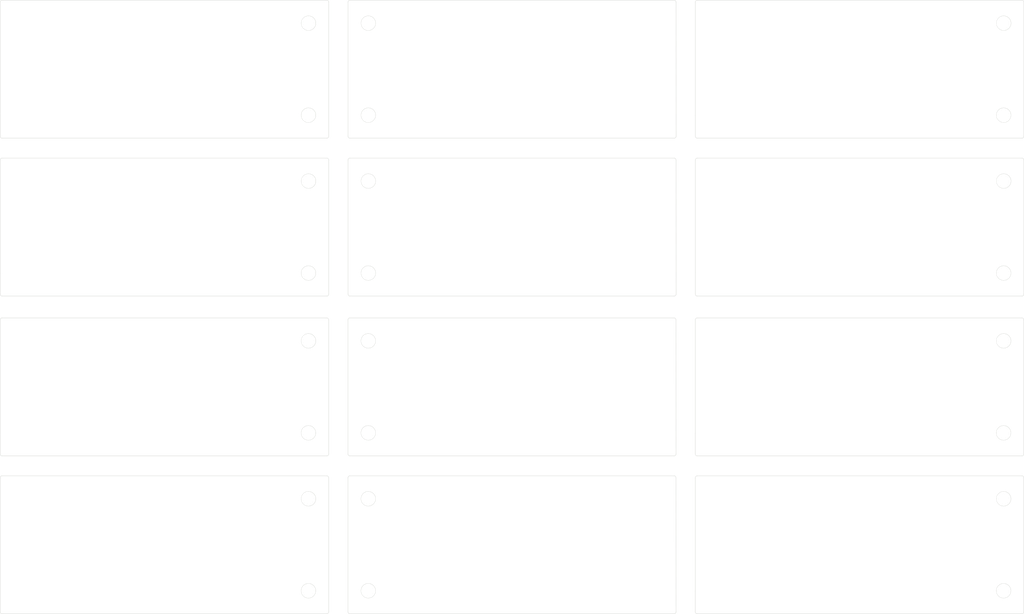
<source format=kicad_pcb>
(kicad_pcb (version 20171130) (host pcbnew "(5.1.6)-1")

  (general
    (thickness 1.6)
    (drawings 128)
    (tracks 0)
    (zones 0)
    (modules 24)
    (nets 1)
  )

  (page User 210.007 148.006)
  (layers
    (0 F.Cu signal)
    (31 B.Cu signal)
    (32 B.Adhes user)
    (33 F.Adhes user)
    (34 B.Paste user)
    (35 F.Paste user)
    (36 B.SilkS user)
    (37 F.SilkS user)
    (38 B.Mask user)
    (39 F.Mask user)
    (40 Dwgs.User user)
    (41 Cmts.User user)
    (42 Eco1.User user hide)
    (43 Eco2.User user hide)
    (44 Edge.Cuts user)
    (45 Margin user hide)
    (46 B.CrtYd user hide)
    (47 F.CrtYd user hide)
    (48 B.Fab user hide)
    (49 F.Fab user hide)
  )

  (setup
    (last_trace_width 0.3)
    (user_trace_width 0.5)
    (trace_clearance 0.3)
    (zone_clearance 0.508)
    (zone_45_only no)
    (trace_min 0.2)
    (via_size 1)
    (via_drill 0.6)
    (via_min_size 0.4)
    (via_min_drill 0.3)
    (uvia_size 0.3)
    (uvia_drill 0.1)
    (uvias_allowed no)
    (uvia_min_size 0.2)
    (uvia_min_drill 0.1)
    (edge_width 0.05)
    (segment_width 0.2)
    (pcb_text_width 0.3)
    (pcb_text_size 1.5 1.5)
    (mod_edge_width 0.12)
    (mod_text_size 1 1)
    (mod_text_width 0.15)
    (pad_size 1.524 1.524)
    (pad_drill 0.8128)
    (pad_to_mask_clearance 0.1)
    (aux_axis_origin 17 17)
    (visible_elements 7FFFFFFF)
    (pcbplotparams
      (layerselection 0x01000_7ffffffe)
      (usegerberextensions false)
      (usegerberattributes false)
      (usegerberadvancedattributes false)
      (creategerberjobfile true)
      (excludeedgelayer true)
      (linewidth 0.100000)
      (plotframeref false)
      (viasonmask false)
      (mode 1)
      (useauxorigin false)
      (hpglpennumber 1)
      (hpglpenspeed 20)
      (hpglpendiameter 15.000000)
      (psnegative false)
      (psa4output false)
      (plotreference true)
      (plotvalue true)
      (plotinvisibletext false)
      (padsonsilk false)
      (subtractmaskfromsilk false)
      (outputformat 5)
      (mirror false)
      (drillshape 0)
      (scaleselection 1)
      (outputdirectory "./"))
  )

  (net 0 "")

  (net_class Default "これはデフォルトのネット クラスです。"
    (clearance 0.3)
    (trace_width 0.3)
    (via_dia 1)
    (via_drill 0.6)
    (uvia_dia 0.3)
    (uvia_drill 0.1)
  )

  (net_class Power ""
    (clearance 0.3)
    (trace_width 0.8)
    (via_dia 1.2)
    (via_drill 0.8)
    (uvia_dia 0.3)
    (uvia_drill 0.1)
  )

  (module MountingHole:MountingHole_2.2mm_M2 (layer F.Cu) (tedit 56D1B4CB) (tstamp 5F58F546)
    (at 74.084992 108.690216)
    (descr "Mounting Hole 2.2mm, no annular, M2")
    (tags "mounting hole 2.2mm no annular m2")
    (attr virtual)
    (fp_text reference REF5 (at 0 -3.2) (layer F.SilkS) hide
      (effects (font (size 1 1) (thickness 0.15)))
    )
    (fp_text value MountingHole_2.2mm_M2 (at 0 3.2) (layer F.Fab)
      (effects (font (size 1 1) (thickness 0.15)))
    )
    (fp_circle (center 0 0) (end 2.45 0) (layer F.CrtYd) (width 0.05))
    (fp_circle (center 0 0) (end 2.2 0) (layer Cmts.User) (width 0.15))
    (fp_text user %R (at 0.3 0) (layer F.Fab)
      (effects (font (size 1 1) (thickness 0.15)))
    )
    (pad 1 np_thru_hole circle (at 0 0) (size 2.2 2.2) (drill 2.2) (layers *.Cu *.Mask))
  )

  (module MountingHole:MountingHole_2.2mm_M2 (layer F.Cu) (tedit 56D1B4CB) (tstamp 5F58F53F)
    (at 74.084992 94.402716)
    (descr "Mounting Hole 2.2mm, no annular, M2")
    (tags "mounting hole 2.2mm no annular m2")
    (attr virtual)
    (fp_text reference REF6 (at 0 -3.2) (layer F.SilkS) hide
      (effects (font (size 1 1) (thickness 0.15)))
    )
    (fp_text value MountingHole_2.2mm_M2 (at 0 3.2) (layer F.Fab)
      (effects (font (size 1 1) (thickness 0.15)))
    )
    (fp_circle (center 0 0) (end 2.45 0) (layer F.CrtYd) (width 0.05))
    (fp_circle (center 0 0) (end 2.2 0) (layer Cmts.User) (width 0.15))
    (fp_text user %R (at 0.3 0) (layer F.Fab)
      (effects (font (size 1 1) (thickness 0.15)))
    )
    (pad 1 np_thru_hole circle (at 0 0) (size 2.2 2.2) (drill 2.2) (layers *.Cu *.Mask))
  )

  (module MountingHole:MountingHole_2.2mm_M2 (layer F.Cu) (tedit 56D1B4CB) (tstamp 5F58F538)
    (at 64.801832 108.69018)
    (descr "Mounting Hole 2.2mm, no annular, M2")
    (tags "mounting hole 2.2mm no annular m2")
    (attr virtual)
    (fp_text reference REF4 (at 0 -3.2) (layer F.SilkS) hide
      (effects (font (size 1 1) (thickness 0.15)))
    )
    (fp_text value MountingHole_2.2mm_M2 (at 0 3.2) (layer F.Fab)
      (effects (font (size 1 1) (thickness 0.15)))
    )
    (fp_circle (center 0 0) (end 2.45 0) (layer F.CrtYd) (width 0.05))
    (fp_circle (center 0 0) (end 2.2 0) (layer Cmts.User) (width 0.15))
    (fp_text user %R (at 0.3 0) (layer F.Fab)
      (effects (font (size 1 1) (thickness 0.15)))
    )
    (pad 1 np_thru_hole circle (at 0 0) (size 2.2 2.2) (drill 2.2) (layers *.Cu *.Mask))
  )

  (module MountingHole:MountingHole_2.2mm_M2 (layer F.Cu) (tedit 56D1B4CB) (tstamp 5F58F4EE)
    (at 74.084992 84.18008)
    (descr "Mounting Hole 2.2mm, no annular, M2")
    (tags "mounting hole 2.2mm no annular m2")
    (attr virtual)
    (fp_text reference REF5 (at 0 -3.2) (layer F.SilkS) hide
      (effects (font (size 1 1) (thickness 0.15)))
    )
    (fp_text value MountingHole_2.2mm_M2 (at 0 3.2) (layer F.Fab)
      (effects (font (size 1 1) (thickness 0.15)))
    )
    (fp_circle (center 0 0) (end 2.45 0) (layer F.CrtYd) (width 0.05))
    (fp_circle (center 0 0) (end 2.2 0) (layer Cmts.User) (width 0.15))
    (fp_text user %R (at 0.3 0) (layer F.Fab)
      (effects (font (size 1 1) (thickness 0.15)))
    )
    (pad 1 np_thru_hole circle (at 0 0) (size 2.2 2.2) (drill 2.2) (layers *.Cu *.Mask))
  )

  (module MountingHole:MountingHole_2.2mm_M2 (layer F.Cu) (tedit 56D1B4CB) (tstamp 5F58F4E7)
    (at 74.084992 69.89258)
    (descr "Mounting Hole 2.2mm, no annular, M2")
    (tags "mounting hole 2.2mm no annular m2")
    (attr virtual)
    (fp_text reference REF6 (at 0 -3.2) (layer F.SilkS) hide
      (effects (font (size 1 1) (thickness 0.15)))
    )
    (fp_text value MountingHole_2.2mm_M2 (at 0 3.2) (layer F.Fab)
      (effects (font (size 1 1) (thickness 0.15)))
    )
    (fp_circle (center 0 0) (end 2.45 0) (layer F.CrtYd) (width 0.05))
    (fp_circle (center 0 0) (end 2.2 0) (layer Cmts.User) (width 0.15))
    (fp_text user %R (at 0.3 0) (layer F.Fab)
      (effects (font (size 1 1) (thickness 0.15)))
    )
    (pad 1 np_thru_hole circle (at 0 0) (size 2.2 2.2) (drill 2.2) (layers *.Cu *.Mask))
  )

  (module MountingHole:MountingHole_2.2mm_M2 (layer F.Cu) (tedit 56D1B4CB) (tstamp 5F58F4E0)
    (at 64.801832 84.180044)
    (descr "Mounting Hole 2.2mm, no annular, M2")
    (tags "mounting hole 2.2mm no annular m2")
    (attr virtual)
    (fp_text reference REF4 (at 0 -3.2) (layer F.SilkS) hide
      (effects (font (size 1 1) (thickness 0.15)))
    )
    (fp_text value MountingHole_2.2mm_M2 (at 0 3.2) (layer F.Fab)
      (effects (font (size 1 1) (thickness 0.15)))
    )
    (fp_circle (center 0 0) (end 2.45 0) (layer F.CrtYd) (width 0.05))
    (fp_circle (center 0 0) (end 2.2 0) (layer Cmts.User) (width 0.15))
    (fp_text user %R (at 0.3 0) (layer F.Fab)
      (effects (font (size 1 1) (thickness 0.15)))
    )
    (pad 1 np_thru_hole circle (at 0 0) (size 2.2 2.2) (drill 2.2) (layers *.Cu *.Mask))
  )

  (module MountingHole:MountingHole_2.2mm_M2 (layer F.Cu) (tedit 56D1B4CB) (tstamp 5F58F4CB)
    (at 64.801832 69.892644)
    (descr "Mounting Hole 2.2mm, no annular, M2")
    (tags "mounting hole 2.2mm no annular m2")
    (attr virtual)
    (fp_text reference REF3 (at 0 -3.2) (layer F.SilkS) hide
      (effects (font (size 1 1) (thickness 0.15)))
    )
    (fp_text value MountingHole_2.2mm_M2 (at 0 3.2) (layer F.Fab)
      (effects (font (size 1 1) (thickness 0.15)))
    )
    (fp_circle (center 0 0) (end 2.45 0) (layer F.CrtYd) (width 0.05))
    (fp_circle (center 0 0) (end 2.2 0) (layer Cmts.User) (width 0.15))
    (fp_text user %R (at 0.3 0) (layer F.Fab)
      (effects (font (size 1 1) (thickness 0.15)))
    )
    (pad 1 np_thru_hole circle (at 0 0) (size 2.2 2.2) (drill 2.2) (layers *.Cu *.Mask))
  )

  (module MountingHole:MountingHole_2.2mm_M2 (layer F.Cu) (tedit 56D1B4CB) (tstamp 5F58F4C4)
    (at 64.801832 94.40278)
    (descr "Mounting Hole 2.2mm, no annular, M2")
    (tags "mounting hole 2.2mm no annular m2")
    (attr virtual)
    (fp_text reference REF3 (at 0 -3.2) (layer F.SilkS) hide
      (effects (font (size 1 1) (thickness 0.15)))
    )
    (fp_text value MountingHole_2.2mm_M2 (at 0 3.2) (layer F.Fab)
      (effects (font (size 1 1) (thickness 0.15)))
    )
    (fp_circle (center 0 0) (end 2.45 0) (layer F.CrtYd) (width 0.05))
    (fp_circle (center 0 0) (end 2.2 0) (layer Cmts.User) (width 0.15))
    (fp_text user %R (at 0.3 0) (layer F.Fab)
      (effects (font (size 1 1) (thickness 0.15)))
    )
    (pad 1 np_thru_hole circle (at 0 0) (size 2.2 2.2) (drill 2.2) (layers *.Cu *.Mask))
  )

  (module MountingHole:MountingHole_2.2mm_M2 (layer F.Cu) (tedit 56D1B4CB) (tstamp 5F58F4B6)
    (at 172.629164 84.180044)
    (descr "Mounting Hole 2.2mm, no annular, M2")
    (tags "mounting hole 2.2mm no annular m2")
    (attr virtual)
    (fp_text reference REF4 (at 0 -3.2) (layer F.SilkS) hide
      (effects (font (size 1 1) (thickness 0.15)))
    )
    (fp_text value MountingHole_2.2mm_M2 (at 0 3.2) (layer F.Fab)
      (effects (font (size 1 1) (thickness 0.15)))
    )
    (fp_circle (center 0 0) (end 2.45 0) (layer F.CrtYd) (width 0.05))
    (fp_circle (center 0 0) (end 2.2 0) (layer Cmts.User) (width 0.15))
    (fp_text user %R (at 0.3 0) (layer F.Fab)
      (effects (font (size 1 1) (thickness 0.15)))
    )
    (pad 1 np_thru_hole circle (at 0 0) (size 2.2 2.2) (drill 2.2) (layers *.Cu *.Mask))
  )

  (module MountingHole:MountingHole_2.2mm_M2 (layer F.Cu) (tedit 56D1B4CB) (tstamp 5F58F4A8)
    (at 172.629164 108.69018)
    (descr "Mounting Hole 2.2mm, no annular, M2")
    (tags "mounting hole 2.2mm no annular m2")
    (attr virtual)
    (fp_text reference REF4 (at 0 -3.2) (layer F.SilkS) hide
      (effects (font (size 1 1) (thickness 0.15)))
    )
    (fp_text value MountingHole_2.2mm_M2 (at 0 3.2) (layer F.Fab)
      (effects (font (size 1 1) (thickness 0.15)))
    )
    (fp_circle (center 0 0) (end 2.45 0) (layer F.CrtYd) (width 0.05))
    (fp_circle (center 0 0) (end 2.2 0) (layer Cmts.User) (width 0.15))
    (fp_text user %R (at 0.3 0) (layer F.Fab)
      (effects (font (size 1 1) (thickness 0.15)))
    )
    (pad 1 np_thru_hole circle (at 0 0) (size 2.2 2.2) (drill 2.2) (layers *.Cu *.Mask))
  )

  (module MountingHole:MountingHole_2.2mm_M2 (layer F.Cu) (tedit 56D1B4CB) (tstamp 5F58F49A)
    (at 172.629164 94.40278)
    (descr "Mounting Hole 2.2mm, no annular, M2")
    (tags "mounting hole 2.2mm no annular m2")
    (attr virtual)
    (fp_text reference REF3 (at 0 -3.2) (layer F.SilkS) hide
      (effects (font (size 1 1) (thickness 0.15)))
    )
    (fp_text value MountingHole_2.2mm_M2 (at 0 3.2) (layer F.Fab)
      (effects (font (size 1 1) (thickness 0.15)))
    )
    (fp_circle (center 0 0) (end 2.45 0) (layer F.CrtYd) (width 0.05))
    (fp_circle (center 0 0) (end 2.2 0) (layer Cmts.User) (width 0.15))
    (fp_text user %R (at 0.3 0) (layer F.Fab)
      (effects (font (size 1 1) (thickness 0.15)))
    )
    (pad 1 np_thru_hole circle (at 0 0) (size 2.2 2.2) (drill 2.2) (layers *.Cu *.Mask))
  )

  (module MountingHole:MountingHole_2.2mm_M2 (layer F.Cu) (tedit 56D1B4CB) (tstamp 5F58F493)
    (at 172.629164 69.892644)
    (descr "Mounting Hole 2.2mm, no annular, M2")
    (tags "mounting hole 2.2mm no annular m2")
    (attr virtual)
    (fp_text reference REF3 (at 0 -3.2) (layer F.SilkS) hide
      (effects (font (size 1 1) (thickness 0.15)))
    )
    (fp_text value MountingHole_2.2mm_M2 (at 0 3.2) (layer F.Fab)
      (effects (font (size 1 1) (thickness 0.15)))
    )
    (fp_circle (center 0 0) (end 2.45 0) (layer F.CrtYd) (width 0.05))
    (fp_circle (center 0 0) (end 2.2 0) (layer Cmts.User) (width 0.15))
    (fp_text user %R (at 0.3 0) (layer F.Fab)
      (effects (font (size 1 1) (thickness 0.15)))
    )
    (pad 1 np_thru_hole circle (at 0 0) (size 2.2 2.2) (drill 2.2) (layers *.Cu *.Mask))
  )

  (module MountingHole:MountingHole_2.2mm_M2 (layer F.Cu) (tedit 56D1B4CB) (tstamp 5F58E482)
    (at 172.637164 59.372252)
    (descr "Mounting Hole 2.2mm, no annular, M2")
    (tags "mounting hole 2.2mm no annular m2")
    (attr virtual)
    (fp_text reference REF4 (at 0 -3.2) (layer F.SilkS) hide
      (effects (font (size 1 1) (thickness 0.15)))
    )
    (fp_text value MountingHole_2.2mm_M2 (at 0 3.2) (layer F.Fab)
      (effects (font (size 1 1) (thickness 0.15)))
    )
    (fp_circle (center 0 0) (end 2.45 0) (layer F.CrtYd) (width 0.05))
    (fp_circle (center 0 0) (end 2.2 0) (layer Cmts.User) (width 0.15))
    (fp_text user %R (at 0.3 0) (layer F.Fab)
      (effects (font (size 1 1) (thickness 0.15)))
    )
    (pad 1 np_thru_hole circle (at 0 0) (size 2.2 2.2) (drill 2.2) (layers *.Cu *.Mask))
  )

  (module MountingHole:MountingHole_2.2mm_M2 (layer F.Cu) (tedit 56D1B4CB) (tstamp 5F58E452)
    (at 172.637164 34.862116)
    (descr "Mounting Hole 2.2mm, no annular, M2")
    (tags "mounting hole 2.2mm no annular m2")
    (attr virtual)
    (fp_text reference REF4 (at 0 -3.2) (layer F.SilkS) hide
      (effects (font (size 1 1) (thickness 0.15)))
    )
    (fp_text value MountingHole_2.2mm_M2 (at 0 3.2) (layer F.Fab)
      (effects (font (size 1 1) (thickness 0.15)))
    )
    (fp_circle (center 0 0) (end 2.45 0) (layer F.CrtYd) (width 0.05))
    (fp_circle (center 0 0) (end 2.2 0) (layer Cmts.User) (width 0.15))
    (fp_text user %R (at 0.3 0) (layer F.Fab)
      (effects (font (size 1 1) (thickness 0.15)))
    )
    (pad 1 np_thru_hole circle (at 0 0) (size 2.2 2.2) (drill 2.2) (layers *.Cu *.Mask))
  )

  (module MountingHole:MountingHole_2.2mm_M2 (layer F.Cu) (tedit 56D1B4CB) (tstamp 5F58E43D)
    (at 172.637164 20.574716)
    (descr "Mounting Hole 2.2mm, no annular, M2")
    (tags "mounting hole 2.2mm no annular m2")
    (attr virtual)
    (fp_text reference REF3 (at 0 -3.2) (layer F.SilkS) hide
      (effects (font (size 1 1) (thickness 0.15)))
    )
    (fp_text value MountingHole_2.2mm_M2 (at 0 3.2) (layer F.Fab)
      (effects (font (size 1 1) (thickness 0.15)))
    )
    (fp_circle (center 0 0) (end 2.45 0) (layer F.CrtYd) (width 0.05))
    (fp_circle (center 0 0) (end 2.2 0) (layer Cmts.User) (width 0.15))
    (fp_text user %R (at 0.3 0) (layer F.Fab)
      (effects (font (size 1 1) (thickness 0.15)))
    )
    (pad 1 np_thru_hole circle (at 0 0) (size 2.2 2.2) (drill 2.2) (layers *.Cu *.Mask))
  )

  (module MountingHole:MountingHole_2.2mm_M2 (layer F.Cu) (tedit 56D1B4CB) (tstamp 5F58E436)
    (at 172.637164 45.084852)
    (descr "Mounting Hole 2.2mm, no annular, M2")
    (tags "mounting hole 2.2mm no annular m2")
    (attr virtual)
    (fp_text reference REF3 (at 0 -3.2) (layer F.SilkS) hide
      (effects (font (size 1 1) (thickness 0.15)))
    )
    (fp_text value MountingHole_2.2mm_M2 (at 0 3.2) (layer F.Fab)
      (effects (font (size 1 1) (thickness 0.15)))
    )
    (fp_circle (center 0 0) (end 2.45 0) (layer F.CrtYd) (width 0.05))
    (fp_circle (center 0 0) (end 2.2 0) (layer Cmts.User) (width 0.15))
    (fp_text user %R (at 0.3 0) (layer F.Fab)
      (effects (font (size 1 1) (thickness 0.15)))
    )
    (pad 1 np_thru_hole circle (at 0 0) (size 2.2 2.2) (drill 2.2) (layers *.Cu *.Mask))
  )

  (module MountingHole:MountingHole_2.2mm_M2 (layer F.Cu) (tedit 56D1B4CB) (tstamp 5F58E16F)
    (at 74.092992 59.372288)
    (descr "Mounting Hole 2.2mm, no annular, M2")
    (tags "mounting hole 2.2mm no annular m2")
    (attr virtual)
    (fp_text reference REF5 (at 0 -3.2) (layer F.SilkS) hide
      (effects (font (size 1 1) (thickness 0.15)))
    )
    (fp_text value MountingHole_2.2mm_M2 (at 0 3.2) (layer F.Fab)
      (effects (font (size 1 1) (thickness 0.15)))
    )
    (fp_circle (center 0 0) (end 2.45 0) (layer F.CrtYd) (width 0.05))
    (fp_circle (center 0 0) (end 2.2 0) (layer Cmts.User) (width 0.15))
    (fp_text user %R (at 0.3 0) (layer F.Fab)
      (effects (font (size 1 1) (thickness 0.15)))
    )
    (pad 1 np_thru_hole circle (at 0 0) (size 2.2 2.2) (drill 2.2) (layers *.Cu *.Mask))
  )

  (module MountingHole:MountingHole_2.2mm_M2 (layer F.Cu) (tedit 56D1B4CB) (tstamp 5F58E168)
    (at 74.092992 45.084788)
    (descr "Mounting Hole 2.2mm, no annular, M2")
    (tags "mounting hole 2.2mm no annular m2")
    (attr virtual)
    (fp_text reference REF6 (at 0 -3.2) (layer F.SilkS) hide
      (effects (font (size 1 1) (thickness 0.15)))
    )
    (fp_text value MountingHole_2.2mm_M2 (at 0 3.2) (layer F.Fab)
      (effects (font (size 1 1) (thickness 0.15)))
    )
    (fp_circle (center 0 0) (end 2.45 0) (layer F.CrtYd) (width 0.05))
    (fp_circle (center 0 0) (end 2.2 0) (layer Cmts.User) (width 0.15))
    (fp_text user %R (at 0.3 0) (layer F.Fab)
      (effects (font (size 1 1) (thickness 0.15)))
    )
    (pad 1 np_thru_hole circle (at 0 0) (size 2.2 2.2) (drill 2.2) (layers *.Cu *.Mask))
  )

  (module MountingHole:MountingHole_2.2mm_M2 (layer F.Cu) (tedit 56D1B4CB) (tstamp 5F58E161)
    (at 64.809832 59.372252)
    (descr "Mounting Hole 2.2mm, no annular, M2")
    (tags "mounting hole 2.2mm no annular m2")
    (attr virtual)
    (fp_text reference REF4 (at 0 -3.2) (layer F.SilkS) hide
      (effects (font (size 1 1) (thickness 0.15)))
    )
    (fp_text value MountingHole_2.2mm_M2 (at 0 3.2) (layer F.Fab)
      (effects (font (size 1 1) (thickness 0.15)))
    )
    (fp_circle (center 0 0) (end 2.45 0) (layer F.CrtYd) (width 0.05))
    (fp_circle (center 0 0) (end 2.2 0) (layer Cmts.User) (width 0.15))
    (fp_text user %R (at 0.3 0) (layer F.Fab)
      (effects (font (size 1 1) (thickness 0.15)))
    )
    (pad 1 np_thru_hole circle (at 0 0) (size 2.2 2.2) (drill 2.2) (layers *.Cu *.Mask))
  )

  (module MountingHole:MountingHole_2.2mm_M2 (layer F.Cu) (tedit 56D1B4CB) (tstamp 5F58E14C)
    (at 64.809832 45.084852)
    (descr "Mounting Hole 2.2mm, no annular, M2")
    (tags "mounting hole 2.2mm no annular m2")
    (attr virtual)
    (fp_text reference REF3 (at 0 -3.2) (layer F.SilkS) hide
      (effects (font (size 1 1) (thickness 0.15)))
    )
    (fp_text value MountingHole_2.2mm_M2 (at 0 3.2) (layer F.Fab)
      (effects (font (size 1 1) (thickness 0.15)))
    )
    (fp_circle (center 0 0) (end 2.45 0) (layer F.CrtYd) (width 0.05))
    (fp_circle (center 0 0) (end 2.2 0) (layer Cmts.User) (width 0.15))
    (fp_text user %R (at 0.3 0) (layer F.Fab)
      (effects (font (size 1 1) (thickness 0.15)))
    )
    (pad 1 np_thru_hole circle (at 0 0) (size 2.2 2.2) (drill 2.2) (layers *.Cu *.Mask))
  )

  (module MountingHole:MountingHole_2.2mm_M2 (layer F.Cu) (tedit 56D1B4CB) (tstamp 5F1998C4)
    (at 74.092992 20.574652)
    (descr "Mounting Hole 2.2mm, no annular, M2")
    (tags "mounting hole 2.2mm no annular m2")
    (attr virtual)
    (fp_text reference REF6 (at 0 -3.2) (layer F.SilkS) hide
      (effects (font (size 1 1) (thickness 0.15)))
    )
    (fp_text value MountingHole_2.2mm_M2 (at 0 3.2) (layer F.Fab)
      (effects (font (size 1 1) (thickness 0.15)))
    )
    (fp_circle (center 0 0) (end 2.45 0) (layer F.CrtYd) (width 0.05))
    (fp_circle (center 0 0) (end 2.2 0) (layer Cmts.User) (width 0.15))
    (fp_text user %R (at 0.3 0) (layer F.Fab)
      (effects (font (size 1 1) (thickness 0.15)))
    )
    (pad 1 np_thru_hole circle (at 0 0) (size 2.2 2.2) (drill 2.2) (layers *.Cu *.Mask))
  )

  (module MountingHole:MountingHole_2.2mm_M2 (layer F.Cu) (tedit 56D1B4CB) (tstamp 5F1998C4)
    (at 74.092992 34.862152)
    (descr "Mounting Hole 2.2mm, no annular, M2")
    (tags "mounting hole 2.2mm no annular m2")
    (attr virtual)
    (fp_text reference REF5 (at 0 -3.2) (layer F.SilkS) hide
      (effects (font (size 1 1) (thickness 0.15)))
    )
    (fp_text value MountingHole_2.2mm_M2 (at 0 3.2) (layer F.Fab)
      (effects (font (size 1 1) (thickness 0.15)))
    )
    (fp_circle (center 0 0) (end 2.45 0) (layer F.CrtYd) (width 0.05))
    (fp_circle (center 0 0) (end 2.2 0) (layer Cmts.User) (width 0.15))
    (fp_text user %R (at 0.3 0) (layer F.Fab)
      (effects (font (size 1 1) (thickness 0.15)))
    )
    (pad 1 np_thru_hole circle (at 0 0) (size 2.2 2.2) (drill 2.2) (layers *.Cu *.Mask))
  )

  (module MountingHole:MountingHole_2.2mm_M2 (layer F.Cu) (tedit 56D1B4CB) (tstamp 5F1998C3)
    (at 64.809832 20.574716)
    (descr "Mounting Hole 2.2mm, no annular, M2")
    (tags "mounting hole 2.2mm no annular m2")
    (attr virtual)
    (fp_text reference REF3 (at 0 -3.2) (layer F.SilkS) hide
      (effects (font (size 1 1) (thickness 0.15)))
    )
    (fp_text value MountingHole_2.2mm_M2 (at 0 3.2) (layer F.Fab)
      (effects (font (size 1 1) (thickness 0.15)))
    )
    (fp_circle (center 0 0) (end 2.45 0) (layer F.CrtYd) (width 0.05))
    (fp_circle (center 0 0) (end 2.2 0) (layer Cmts.User) (width 0.15))
    (fp_text user %R (at 0.3 0) (layer F.Fab)
      (effects (font (size 1 1) (thickness 0.15)))
    )
    (pad 1 np_thru_hole circle (at 0 0) (size 2.2 2.2) (drill 2.2) (layers *.Cu *.Mask))
  )

  (module MountingHole:MountingHole_2.2mm_M2 (layer F.Cu) (tedit 56D1B4CB) (tstamp 5F1998C4)
    (at 64.809832 34.862116)
    (descr "Mounting Hole 2.2mm, no annular, M2")
    (tags "mounting hole 2.2mm no annular m2")
    (attr virtual)
    (fp_text reference REF4 (at 0 -3.2) (layer F.SilkS) hide
      (effects (font (size 1 1) (thickness 0.15)))
    )
    (fp_text value MountingHole_2.2mm_M2 (at 0 3.2) (layer F.Fab)
      (effects (font (size 1 1) (thickness 0.15)))
    )
    (fp_circle (center 0 0) (end 2.45 0) (layer F.CrtYd) (width 0.05))
    (fp_circle (center 0 0) (end 2.2 0) (layer Cmts.User) (width 0.15))
    (fp_text user %R (at 0.3 0) (layer F.Fab)
      (effects (font (size 1 1) (thickness 0.15)))
    )
    (pad 1 np_thru_hole circle (at 0 0) (size 2.2 2.2) (drill 2.2) (layers *.Cu *.Mask))
  )

  (gr_circle (center 172.64592 69.8926) (end 173.687716 69.446116) (layer Edge.Cuts) (width 0.05) (tstamp 5F58F56A))
  (gr_arc (start 175.473652 91.12852) (end 175.771308 91.12852) (angle -90) (layer Edge.Cuts) (width 0.05) (tstamp 5F58F568))
  (gr_circle (center 172.63592 84.1726) (end 173.677716 83.726116) (layer Edge.Cuts) (width 0.05) (tstamp 5F58F567))
  (gr_line (start 125.127788 66.320728) (end 175.473652 66.320728) (layer Edge.Cuts) (width 0.05) (tstamp 5F58F566))
  (gr_arc (start 175.473652 111.96444) (end 175.473652 112.262096) (angle -90) (layer Edge.Cuts) (width 0.05) (tstamp 5F58F565))
  (gr_circle (center 172.63592 108.682736) (end 173.677716 108.236252) (layer Edge.Cuts) (width 0.05) (tstamp 5F58F564))
  (gr_line (start 175.473652 112.262096) (end 125.120756 112.262096) (layer Edge.Cuts) (width 0.05) (tstamp 5F58F563))
  (gr_circle (center 172.64592 94.402736) (end 173.687716 93.956252) (layer Edge.Cuts) (width 0.05) (tstamp 5F58F560))
  (gr_line (start 125.127788 90.830864) (end 175.473652 90.830864) (layer Edge.Cuts) (width 0.05) (tstamp 5F58F55F))
  (gr_line (start 175.473652 87.75196) (end 125.120756 87.75196) (layer Edge.Cuts) (width 0.05) (tstamp 5F58F559))
  (gr_arc (start 125.120756 111.96444) (end 124.8231 111.96444) (angle -90) (layer Edge.Cuts) (width 0.05) (tstamp 5F58F557))
  (gr_line (start 175.771308 66.618384) (end 175.771308 87.454304) (layer Edge.Cuts) (width 0.05) (tstamp 5F58F556))
  (gr_line (start 124.823148 84.187072) (end 124.823148 66.625368) (layer Edge.Cuts) (width 0.05) (tstamp 5F58F555))
  (gr_line (start 124.823148 108.697208) (end 124.8231 111.96444) (layer Edge.Cuts) (width 0.05) (tstamp 5F58F554))
  (gr_line (start 124.823148 108.697208) (end 124.823148 91.135504) (layer Edge.Cuts) (width 0.05) (tstamp 5F58F551))
  (gr_line (start 175.771308 91.12852) (end 175.771308 111.96444) (layer Edge.Cuts) (width 0.05) (tstamp 5F58F54F))
  (gr_arc (start 125.127788 91.135504) (end 125.127788 90.830864) (angle -90) (layer Edge.Cuts) (width 0.05) (tstamp 5F58F54D))
  (gr_arc (start 175.473652 66.618384) (end 175.771308 66.618384) (angle -90) (layer Edge.Cuts) (width 0.05) (tstamp 5F58F537))
  (gr_line (start 124.823148 84.187072) (end 124.8231 87.454304) (layer Edge.Cuts) (width 0.05) (tstamp 5F58F535))
  (gr_arc (start 175.473652 87.454304) (end 175.473652 87.75196) (angle -90) (layer Edge.Cuts) (width 0.05) (tstamp 5F58F52F))
  (gr_arc (start 125.127788 66.625368) (end 125.127788 66.320728) (angle -90) (layer Edge.Cuts) (width 0.05) (tstamp 5F58F52E))
  (gr_arc (start 125.120756 87.454304) (end 124.8231 87.454304) (angle -90) (layer Edge.Cuts) (width 0.05) (tstamp 5F58F52C))
  (gr_circle (center 64.808588 108.682736) (end 65.850384 108.236252) (layer Edge.Cuts) (width 0.05) (tstamp 5F58F52B))
  (gr_line (start 67.64632 112.262096) (end 17.293424 112.262096) (layer Edge.Cuts) (width 0.05) (tstamp 5F58F52A))
  (gr_line (start 71.240536 112.262096) (end 121.528456 112.262096) (layer Edge.Cuts) (width 0.05) (tstamp 5F58F529))
  (gr_arc (start 71.240536 91.12852) (end 71.240536 90.830864) (angle -90) (layer Edge.Cuts) (width 0.05) (tstamp 5F58F528))
  (gr_line (start 16.995816 108.697208) (end 16.995816 91.135504) (layer Edge.Cuts) (width 0.05) (tstamp 5F58F527))
  (gr_line (start 70.94288 111.96444) (end 70.94288 91.12852) (layer Edge.Cuts) (width 0.05) (tstamp 5F58F526))
  (gr_circle (center 64.818588 94.402736) (end 65.860384 93.956252) (layer Edge.Cuts) (width 0.05) (tstamp 5F58F525))
  (gr_line (start 17.300456 90.830864) (end 67.64632 90.830864) (layer Edge.Cuts) (width 0.05) (tstamp 5F58F524))
  (gr_line (start 16.995816 108.697208) (end 16.995768 111.96444) (layer Edge.Cuts) (width 0.05) (tstamp 5F58F523))
  (gr_line (start 71.240536 90.830864) (end 121.521424 90.830864) (layer Edge.Cuts) (width 0.05) (tstamp 5F58F522))
  (gr_circle (center 74.090156 108.681092) (end 75.131952 108.234608) (layer Edge.Cuts) (width 0.05) (tstamp 5F58F521))
  (gr_arc (start 71.240536 111.96444) (end 70.94288 111.96444) (angle -90) (layer Edge.Cuts) (width 0.05) (tstamp 5F58F520))
  (gr_line (start 67.943976 91.12852) (end 67.943976 111.96444) (layer Edge.Cuts) (width 0.05) (tstamp 5F58F51F))
  (gr_circle (center 74.090156 94.401092) (end 75.131952 93.954608) (layer Edge.Cuts) (width 0.05) (tstamp 5F58F51E))
  (gr_circle (center 74.090156 69.890956) (end 75.131952 69.444472) (layer Edge.Cuts) (width 0.05) (tstamp 5F58F501))
  (gr_circle (center 64.808588 84.1726) (end 65.850384 83.726116) (layer Edge.Cuts) (width 0.05) (tstamp 5F58F500))
  (gr_circle (center 64.818588 69.8926) (end 65.860384 69.446116) (layer Edge.Cuts) (width 0.05) (tstamp 5F58F4FF))
  (gr_circle (center 74.090156 84.170956) (end 75.131952 83.724472) (layer Edge.Cuts) (width 0.05) (tstamp 5F58F4FE))
  (gr_arc (start 121.528456 111.96444) (end 121.528456 112.262096) (angle -90) (layer Edge.Cuts) (width 0.05) (tstamp 5F58F4FD))
  (gr_line (start 67.64632 87.75196) (end 17.293424 87.75196) (layer Edge.Cuts) (width 0.05) (tstamp 5F58F4FC))
  (gr_arc (start 67.64632 91.12852) (end 67.943976 91.12852) (angle -90) (layer Edge.Cuts) (width 0.05) (tstamp 5F58F4FB))
  (gr_arc (start 17.293424 111.96444) (end 16.995768 111.96444) (angle -90) (layer Edge.Cuts) (width 0.05) (tstamp 5F58F4FA))
  (gr_arc (start 67.64632 111.96444) (end 67.64632 112.262096) (angle -90) (layer Edge.Cuts) (width 0.05) (tstamp 5F58F4F9))
  (gr_line (start 71.240536 87.75196) (end 121.528456 87.75196) (layer Edge.Cuts) (width 0.05) (tstamp 5F58F4F8))
  (gr_line (start 121.81908 91.12852) (end 121.826112 111.96444) (layer Edge.Cuts) (width 0.05) (tstamp 5F58F4F7))
  (gr_arc (start 17.300456 91.135504) (end 17.300456 90.830864) (angle -90) (layer Edge.Cuts) (width 0.05) (tstamp 5F58F4F6))
  (gr_arc (start 121.521424 91.12852) (end 121.81908 91.12852) (angle -90) (layer Edge.Cuts) (width 0.05) (tstamp 5F58F4F5))
  (gr_line (start 17.300456 66.320728) (end 67.64632 66.320728) (layer Edge.Cuts) (width 0.05) (tstamp 5F58F4DF))
  (gr_line (start 67.943976 66.618384) (end 67.943976 87.454304) (layer Edge.Cuts) (width 0.05) (tstamp 5F58F4DE))
  (gr_line (start 16.995816 84.187072) (end 16.995816 66.625368) (layer Edge.Cuts) (width 0.05) (tstamp 5F58F4DD))
  (gr_arc (start 71.240536 66.618384) (end 71.240536 66.320728) (angle -90) (layer Edge.Cuts) (width 0.05) (tstamp 5F58F4DC))
  (gr_line (start 16.995816 84.187072) (end 16.995768 87.454304) (layer Edge.Cuts) (width 0.05) (tstamp 5F58F4DB))
  (gr_line (start 70.94288 87.454304) (end 70.94288 66.618384) (layer Edge.Cuts) (width 0.05) (tstamp 5F58F4DA))
  (gr_arc (start 71.240536 87.454304) (end 70.94288 87.454304) (angle -90) (layer Edge.Cuts) (width 0.05) (tstamp 5F58F4D9))
  (gr_line (start 71.240536 66.320728) (end 121.521424 66.320728) (layer Edge.Cuts) (width 0.05) (tstamp 5F58F4D8))
  (gr_line (start 121.81908 66.618384) (end 121.826112 87.454304) (layer Edge.Cuts) (width 0.05) (tstamp 5F58F4D7))
  (gr_arc (start 67.64632 87.454304) (end 67.64632 87.75196) (angle -90) (layer Edge.Cuts) (width 0.05) (tstamp 5F58F4D6))
  (gr_arc (start 17.300456 66.625368) (end 17.300456 66.320728) (angle -90) (layer Edge.Cuts) (width 0.05) (tstamp 5F58F4D5))
  (gr_arc (start 121.521424 66.618384) (end 121.81908 66.618384) (angle -90) (layer Edge.Cuts) (width 0.05) (tstamp 5F58F4D4))
  (gr_arc (start 121.528456 87.454304) (end 121.528456 87.75196) (angle -90) (layer Edge.Cuts) (width 0.05) (tstamp 5F58F4D3))
  (gr_arc (start 67.64632 66.618384) (end 67.943976 66.618384) (angle -90) (layer Edge.Cuts) (width 0.05) (tstamp 5F58F4D2))
  (gr_arc (start 17.293424 87.454304) (end 16.995768 87.454304) (angle -90) (layer Edge.Cuts) (width 0.05) (tstamp 5F58F48B))
  (gr_circle (center 172.64392 59.364808) (end 173.685716 58.918324) (layer Edge.Cuts) (width 0.05) (tstamp 5F58E481))
  (gr_line (start 175.481652 62.944168) (end 125.128756 62.944168) (layer Edge.Cuts) (width 0.05) (tstamp 5F58E480))
  (gr_line (start 124.831148 59.37928) (end 124.831148 41.817576) (layer Edge.Cuts) (width 0.05) (tstamp 5F58E47D))
  (gr_circle (center 172.65392 45.084808) (end 173.695716 44.638324) (layer Edge.Cuts) (width 0.05) (tstamp 5F58E47B))
  (gr_line (start 125.135788 41.512936) (end 175.481652 41.512936) (layer Edge.Cuts) (width 0.05) (tstamp 5F58E47A))
  (gr_line (start 124.831148 59.37928) (end 124.8311 62.646512) (layer Edge.Cuts) (width 0.05) (tstamp 5F58E479))
  (gr_line (start 175.779308 41.810592) (end 175.779308 62.646512) (layer Edge.Cuts) (width 0.05) (tstamp 5F58E475))
  (gr_circle (center 172.64392 34.854672) (end 173.685716 34.408188) (layer Edge.Cuts) (width 0.05) (tstamp 5F58E472))
  (gr_circle (center 172.65392 20.574672) (end 173.695716 20.128188) (layer Edge.Cuts) (width 0.05) (tstamp 5F58E471))
  (gr_line (start 175.481652 38.434032) (end 125.128756 38.434032) (layer Edge.Cuts) (width 0.05) (tstamp 5F58E46E))
  (gr_arc (start 175.481652 41.810592) (end 175.779308 41.810592) (angle -90) (layer Edge.Cuts) (width 0.05) (tstamp 5F58E46D))
  (gr_arc (start 125.128756 62.646512) (end 124.8311 62.646512) (angle -90) (layer Edge.Cuts) (width 0.05) (tstamp 5F58E46C))
  (gr_arc (start 175.481652 62.646512) (end 175.481652 62.944168) (angle -90) (layer Edge.Cuts) (width 0.05) (tstamp 5F58E46B))
  (gr_arc (start 125.135788 41.817576) (end 125.135788 41.512936) (angle -90) (layer Edge.Cuts) (width 0.05) (tstamp 5F58E468))
  (gr_line (start 125.135788 17.0028) (end 175.481652 17.0028) (layer Edge.Cuts) (width 0.05) (tstamp 5F58E451))
  (gr_line (start 175.779308 17.300456) (end 175.779308 38.136376) (layer Edge.Cuts) (width 0.05) (tstamp 5F58E450))
  (gr_line (start 124.831148 34.869144) (end 124.831148 17.30744) (layer Edge.Cuts) (width 0.05) (tstamp 5F58E44F))
  (gr_line (start 124.831148 34.869144) (end 124.8311 38.136376) (layer Edge.Cuts) (width 0.05) (tstamp 5F58E44D))
  (gr_arc (start 175.481652 38.136376) (end 175.481652 38.434032) (angle -90) (layer Edge.Cuts) (width 0.05) (tstamp 5F58E448))
  (gr_arc (start 125.135788 17.30744) (end 125.135788 17.0028) (angle -90) (layer Edge.Cuts) (width 0.05) (tstamp 5F58E447))
  (gr_arc (start 175.481652 17.300456) (end 175.779308 17.300456) (angle -90) (layer Edge.Cuts) (width 0.05) (tstamp 5F58E444))
  (gr_arc (start 125.128756 38.136376) (end 124.8311 38.136376) (angle -90) (layer Edge.Cuts) (width 0.05) (tstamp 5F58E435))
  (gr_circle (center 74.098156 45.083164) (end 75.139952 44.63668) (layer Edge.Cuts) (width 0.05) (tstamp 5F58E17B))
  (gr_circle (center 64.816588 59.364808) (end 65.858384 58.918324) (layer Edge.Cuts) (width 0.05) (tstamp 5F58E17A))
  (gr_circle (center 64.826588 45.084808) (end 65.868384 44.638324) (layer Edge.Cuts) (width 0.05) (tstamp 5F58E179))
  (gr_circle (center 74.098156 59.363164) (end 75.139952 58.91668) (layer Edge.Cuts) (width 0.05) (tstamp 5F58E178))
  (gr_line (start 67.65432 62.944168) (end 17.301424 62.944168) (layer Edge.Cuts) (width 0.05) (tstamp 5F58E177))
  (gr_line (start 71.248536 62.944168) (end 121.536456 62.944168) (layer Edge.Cuts) (width 0.05) (tstamp 5F58E176))
  (gr_line (start 17.308456 41.512936) (end 67.65432 41.512936) (layer Edge.Cuts) (width 0.05) (tstamp 5F58E160))
  (gr_line (start 67.951976 41.810592) (end 67.951976 62.646512) (layer Edge.Cuts) (width 0.05) (tstamp 5F58E15F))
  (gr_line (start 17.003816 59.37928) (end 17.003816 41.817576) (layer Edge.Cuts) (width 0.05) (tstamp 5F58E15E))
  (gr_arc (start 71.248536 41.810592) (end 71.248536 41.512936) (angle -90) (layer Edge.Cuts) (width 0.05) (tstamp 5F58E15D))
  (gr_line (start 17.003816 59.37928) (end 17.003768 62.646512) (layer Edge.Cuts) (width 0.05) (tstamp 5F58E15C))
  (gr_line (start 70.95088 62.646512) (end 70.95088 41.810592) (layer Edge.Cuts) (width 0.05) (tstamp 5F58E15B))
  (gr_arc (start 71.248536 62.646512) (end 70.95088 62.646512) (angle -90) (layer Edge.Cuts) (width 0.05) (tstamp 5F58E15A))
  (gr_line (start 71.248536 41.512936) (end 121.529424 41.512936) (layer Edge.Cuts) (width 0.05) (tstamp 5F58E159))
  (gr_line (start 121.82708 41.810592) (end 121.834112 62.646512) (layer Edge.Cuts) (width 0.05) (tstamp 5F58E158))
  (gr_arc (start 67.65432 62.646512) (end 67.65432 62.944168) (angle -90) (layer Edge.Cuts) (width 0.05) (tstamp 5F58E157))
  (gr_arc (start 17.308456 41.817576) (end 17.308456 41.512936) (angle -90) (layer Edge.Cuts) (width 0.05) (tstamp 5F58E156))
  (gr_arc (start 121.529424 41.810592) (end 121.82708 41.810592) (angle -90) (layer Edge.Cuts) (width 0.05) (tstamp 5F58E155))
  (gr_arc (start 121.536456 62.646512) (end 121.536456 62.944168) (angle -90) (layer Edge.Cuts) (width 0.05) (tstamp 5F58E154))
  (gr_arc (start 67.65432 41.810592) (end 67.951976 41.810592) (angle -90) (layer Edge.Cuts) (width 0.05) (tstamp 5F58E153))
  (gr_arc (start 17.301424 62.646512) (end 17.003768 62.646512) (angle -90) (layer Edge.Cuts) (width 0.05) (tstamp 5F58E14B))
  (gr_line (start 71.248536 38.434032) (end 121.536456 38.434032) (layer Edge.Cuts) (width 0.05) (tstamp 5F58E0F3))
  (gr_line (start 67.65432 38.434032) (end 17.301424 38.434032) (layer Edge.Cuts) (width 0.05) (tstamp 5F58E0D5))
  (gr_arc (start 17.301424 38.136376) (end 17.003768 38.136376) (angle -90) (layer Edge.Cuts) (width 0.05) (tstamp 5F58E0BF))
  (gr_circle (center 74.098156 20.573028) (end 75.139952 20.126544) (layer Edge.Cuts) (width 0.05) (tstamp 5F49F65A))
  (gr_circle (center 74.098156 34.853028) (end 75.139952 34.406544) (layer Edge.Cuts) (width 0.05) (tstamp 5F49F65A))
  (gr_circle (center 64.816588 34.854672) (end 65.858384 34.408188) (layer Edge.Cuts) (width 0.05) (tstamp 5F49F65A))
  (gr_circle (center 64.826588 20.574672) (end 65.868384 20.128188) (layer Edge.Cuts) (width 0.05))
  (gr_arc (start 71.248536 38.136376) (end 70.95088 38.136376) (angle -90) (layer Edge.Cuts) (width 0.05))
  (gr_arc (start 121.529424 17.300456) (end 121.82708 17.300456) (angle -90) (layer Edge.Cuts) (width 0.05))
  (gr_arc (start 71.248536 17.300456) (end 71.248536 17.0028) (angle -90) (layer Edge.Cuts) (width 0.05))
  (gr_arc (start 121.536456 38.136376) (end 121.536456 38.434032) (angle -90) (layer Edge.Cuts) (width 0.05))
  (gr_line (start 121.82708 17.300456) (end 121.834112 38.136376) (layer Edge.Cuts) (width 0.05))
  (gr_line (start 71.248536 17.0028) (end 121.529424 17.0028) (layer Edge.Cuts) (width 0.05))
  (gr_line (start 70.95088 38.136376) (end 70.95088 17.300456) (layer Edge.Cuts) (width 0.05))
  (gr_arc (start 67.65432 38.136376) (end 67.65432 38.434032) (angle -90) (layer Edge.Cuts) (width 0.05))
  (gr_arc (start 67.65432 17.300456) (end 67.951976 17.300456) (angle -90) (layer Edge.Cuts) (width 0.05))
  (gr_arc (start 17.308456 17.30744) (end 17.308456 17.0028) (angle -90) (layer Edge.Cuts) (width 0.05))
  (gr_line (start 17.003816 34.869144) (end 17.003768 38.136376) (layer Edge.Cuts) (width 0.05))
  (gr_line (start 67.951976 17.300456) (end 67.951976 38.136376) (layer Edge.Cuts) (width 0.05))
  (gr_line (start 17.308456 17.0028) (end 67.65432 17.0028) (layer Edge.Cuts) (width 0.05))
  (gr_line (start 17.003816 34.869144) (end 17.003816 17.30744) (layer Edge.Cuts) (width 0.05))

)

</source>
